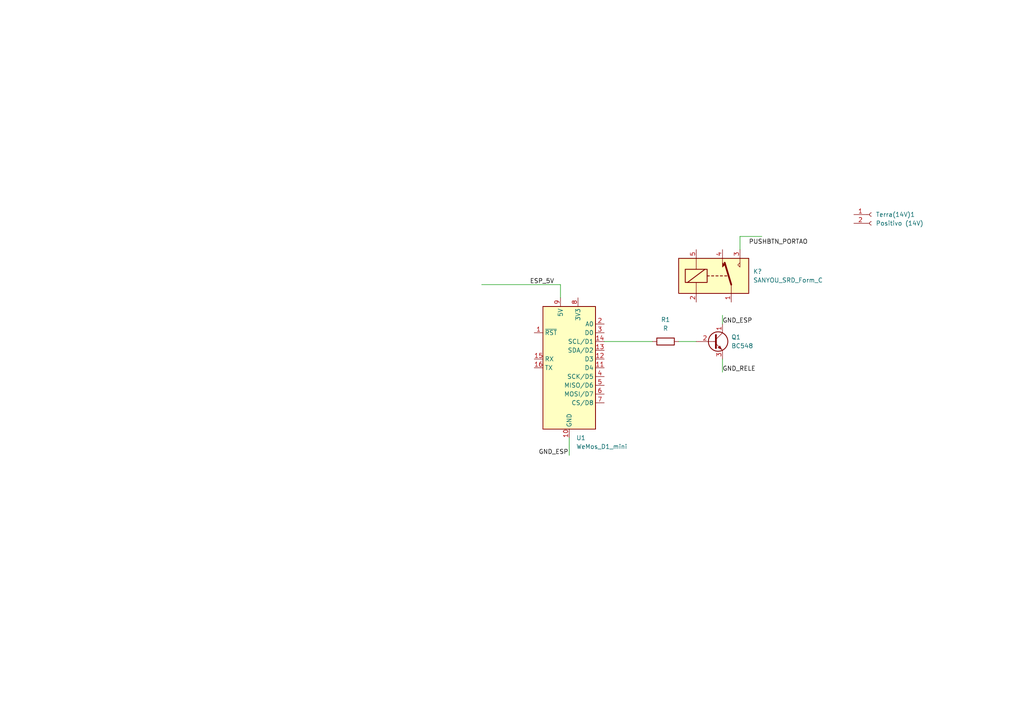
<source format=kicad_sch>
(kicad_sch (version 20211123) (generator eeschema)
  (paper "A4")
  (lib_symbols
    (symbol "Connector:Conn_01x02_Female" (pin_names (offset 1.016) hide)
      (property "Reference" "J" (at 0 2.54 0))
      (property "Value" "Conn_01x02_Female" (at 0 -5.08 0))
      (symbol "Conn_01x02_Female_1_1"
        (arc (start 0 -2.032) (mid -0.508 -2.54) (end 0 -3.048) (stroke (width 0.1524)))
        (polyline (pts (xy -1.27 -2.54) (xy -0.508 -2.54)) (stroke (width 0.1524)))
        (polyline (pts (xy -1.27 0) (xy -0.508 0)) (stroke (width 0.1524)))
        (arc (start 0 0.508) (mid -0.508 0) (end 0 -0.508) (stroke (width 0.1524)))
        (pin passive line (at -5.08 0 0) (length 3.81) (name "Pin_1") (number "1"))
        (pin passive line (at -5.08 -2.54 0) (length 3.81) (name "Pin_2") (number "2"))
      )
    )
    (symbol "Device:R" (pin_numbers hide) (pin_names (offset 0))
      (property "Reference" "R" (at 2.032 0 90))
      (property "Value" "R" (at 0 0 90))
      (symbol "R_0_1"
        (rectangle (start -1.016 -2.54) (end 1.016 2.54) (stroke (width 0.254)))
      )
      (symbol "R_1_1"
        (pin passive line (at 0 3.81 270) (length 1.27) (name "~") (number "1"))
        (pin passive line (at 0 -3.81 90) (length 1.27) (name "~") (number "2"))
      )
    )
    (symbol "MCU_Module:WeMos_D1_mini"
      (property "Reference" "U" (at 3.81 19.05 0))
      (property "Value" "WeMos_D1_mini" (at 1.27 -19.05 0))
      (symbol "WeMos_D1_mini_1_1"
        (rectangle (start -7.62 17.78) (end 7.62 -17.78) (stroke (width 0.254)) (fill (type background)))
        (pin input line (at -10.16 10.16 0) (length 2.54) (name "~{RST}") (number "1"))
        (pin power_in line (at 0 -20.32 90) (length 2.54) (name "GND") (number "10"))
        (pin bidirectional line (at 10.16 0 180) (length 2.54) (name "D4") (number "11"))
        (pin bidirectional line (at 10.16 2.54 180) (length 2.54) (name "D3") (number "12"))
        (pin bidirectional line (at 10.16 5.08 180) (length 2.54) (name "SDA/D2") (number "13"))
        (pin bidirectional line (at 10.16 7.62 180) (length 2.54) (name "SCL/D1") (number "14"))
        (pin input line (at -10.16 2.54 0) (length 2.54) (name "RX") (number "15"))
        (pin output line (at -10.16 0 0) (length 2.54) (name "TX") (number "16"))
        (pin input line (at 10.16 12.7 180) (length 2.54) (name "A0") (number "2"))
        (pin bidirectional line (at 10.16 10.16 180) (length 2.54) (name "D0") (number "3"))
        (pin bidirectional line (at 10.16 -2.54 180) (length 2.54) (name "SCK/D5") (number "4"))
        (pin bidirectional line (at 10.16 -5.08 180) (length 2.54) (name "MISO/D6") (number "5"))
        (pin bidirectional line (at 10.16 -7.62 180) (length 2.54) (name "MOSI/D7") (number "6"))
        (pin bidirectional line (at 10.16 -10.16 180) (length 2.54) (name "CS/D8") (number "7"))
        (pin power_out line (at 2.54 20.32 270) (length 2.54) (name "3V3") (number "8"))
        (pin power_in line (at -2.54 20.32 270) (length 2.54) (name "5V") (number "9"))
      )
    )
    (symbol "Relay:SANYOU_SRD_Form_C"
      (property "Reference" "K" (at 11.43 3.81 0))
      (property "Value" "SANYOU_SRD_Form_C" (at 11.43 1.27 0))
      (symbol "SANYOU_SRD_Form_C_0_0"
        (polyline (pts (xy 7.62 5.08) (xy 7.62 2.54) (xy 6.985 3.175) (xy 7.62 3.81)))
      )
      (symbol "SANYOU_SRD_Form_C_0_1"
        (rectangle (start -10.16 5.08) (end 10.16 -5.08) (stroke (width 0.254)) (fill (type background)))
        (rectangle (start -8.255 1.905) (end -1.905 -1.905) (stroke (width 0.254)))
        (polyline (pts (xy -7.62 -1.905) (xy -2.54 1.905)) (stroke (width 0.254)))
        (polyline (pts (xy -5.08 -5.08) (xy -5.08 -1.905)))
        (polyline (pts (xy -5.08 5.08) (xy -5.08 1.905)))
        (polyline (pts (xy -1.905 0) (xy -1.27 0)) (stroke (width 0.254)))
        (polyline (pts (xy -0.635 0) (xy 0 0)) (stroke (width 0.254)))
        (polyline (pts (xy 0.635 0) (xy 1.27 0)) (stroke (width 0.254)))
        (polyline (pts (xy 1.905 0) (xy 2.54 0)) (stroke (width 0.254)))
        (polyline (pts (xy 3.175 0) (xy 3.81 0)) (stroke (width 0.254)))
        (polyline (pts (xy 5.08 -2.54) (xy 3.175 3.81)) (stroke (width 0.508)))
        (polyline (pts (xy 5.08 -2.54) (xy 5.08 -5.08)))
      )
      (symbol "SANYOU_SRD_Form_C_1_1"
        (polyline (pts (xy 2.54 3.81) (xy 3.175 3.175) (xy 2.54 2.54) (xy 2.54 5.08)) (fill (type outline)))
        (pin passive line (at 5.08 -7.62 90) (length 2.54) (name "~") (number "1"))
        (pin passive line (at -5.08 -7.62 90) (length 2.54) (name "~") (number "2"))
        (pin passive line (at 7.62 7.62 270) (length 2.54) (name "~") (number "3"))
        (pin passive line (at 2.54 7.62 270) (length 2.54) (name "~") (number "4"))
        (pin passive line (at -5.08 7.62 270) (length 2.54) (name "~") (number "5"))
      )
    )
    (symbol "Transistor_BJT:BC548" (pin_names (offset 0) hide)
      (property "Reference" "Q" (at 5.08 1.905 0))
      (property "Value" "BC548" (at 5.08 0 0))
      (symbol "BC548_0_1"
        (polyline (pts (xy 0 0) (xy 0.635 0)))
        (polyline (pts (xy 0.635 0.635) (xy 2.54 2.54)))
        (polyline (pts (xy 0.635 -0.635) (xy 2.54 -2.54) (xy 2.54 -2.54)))
        (polyline (pts (xy 0.635 1.905) (xy 0.635 -1.905) (xy 0.635 -1.905)) (stroke (width 0.508)))
        (polyline (pts (xy 1.27 -1.778) (xy 1.778 -1.27) (xy 2.286 -2.286) (xy 1.27 -1.778) (xy 1.27 -1.778)) (fill (type outline)))
        (circle (center 1.27 0) (radius 2.8194) (stroke (width 0.254)))
      )
      (symbol "BC548_1_1"
        (pin passive line (at 2.54 5.08 270) (length 2.54) (name "C") (number "1"))
        (pin input line (at -5.08 0 0) (length 5.08) (name "B") (number "2"))
        (pin passive line (at 2.54 -5.08 90) (length 2.54) (name "E") (number "3"))
      )
    )
  )
  (wire (pts (xy 162.56 82.55) (xy 162.56 86.36)))
  (wire (pts (xy 214.63 72.39) (xy 214.63 68.58)))
  (wire (pts (xy 214.63 68.58) (xy 220.98 68.58)))
  (wire (pts (xy 139.7 82.55) (xy 162.56 82.55)))
  (wire (pts (xy 209.55 91.44) (xy 209.55 93.98)))
  (wire (pts (xy 209.55 104.14) (xy 209.55 107.95)))
  (wire (pts (xy 196.85 99.06) (xy 201.93 99.06)))
  (wire (pts (xy 175.26 99.06) (xy 189.23 99.06)))
  (wire (pts (xy 165.1 127) (xy 165.1 132.08)))
  (label "GND_RELE" (at 209.55 107.95 0))
  (label "GND_ESP" (at 209.55 93.98 0))
  (label "GND_ESP" (at 156.21 132.08 0))
  (label "ESP_5V" (at 153.67 82.55 0))
  (label "PUSHBTN_PORTAO" (at 217.17 71.12 0))
  (symbol (lib_id "Connector:Conn_01x02_Female") (at 252.73 62.23 0) (unit 1)
    (property "Reference" "Terra(14V)1" (at 254 62.2299 0) (effects (justify left)))
    (property "Value" "Positivo (14V)" (at 254 64.7699 0) (effects (justify left)))
  )
  (symbol (lib_id "MCU_Module:WeMos_D1_mini") (at 165.1 106.68 0) (unit 1)
    (property "Reference" "U1" (at 167.1194 127 0) (effects (justify left)))
    (property "Value" "WeMos_D1_mini" (at 167.1194 129.54 0) (effects (justify left)))
    (property "Footprint" "Module:WEMOS_D1_mini_light" (effects hide))
    (property "Datasheet" "https://wiki.wemos.cc/products:d1:d1_mini#documentation" (effects hide))
  )
  (symbol (lib_id "Device:R") (at 193.04 99.06 90) (unit 1)
    (property "Reference" "R1" (at 193.04 92.71 90))
    (property "Value" "R" (at 193.04 95.25 90))
  )
  (symbol (lib_id "Relay:SANYOU_SRD_Form_C") (at 207.01 80.01 0) (unit 1)
    (property "Reference" "K?" (at 218.44 78.7399 0) (effects (justify left)))
    (property "Value" "SANYOU_SRD_Form_C" (at 218.44 81.2799 0) (effects (justify left)))
    (property "Footprint" "Relay_THT:Relay_SPDT_SANYOU_SRD_Series_Form_C" (effects hide))
    (property "Datasheet" "http://www.sanyourelay.ca/public/products/pdf/SRD.pdf" (effects hide))
  )
  (symbol (lib_id "Transistor_BJT:BC548") (at 207.01 99.06 0) (unit 1)
    (property "Reference" "Q1" (at 212.09 97.7899 0) (effects (justify left)))
    (property "Value" "BC548" (at 212.09 100.3299 0) (effects (justify left)))
    (property "Footprint" "Package_TO_SOT_THT:TO-92_Inline" (effects hide))
    (property "Datasheet" "https://www.onsemi.com/pub/Collateral/BC550-D.pdf" (effects hide))
  )
)
</source>
